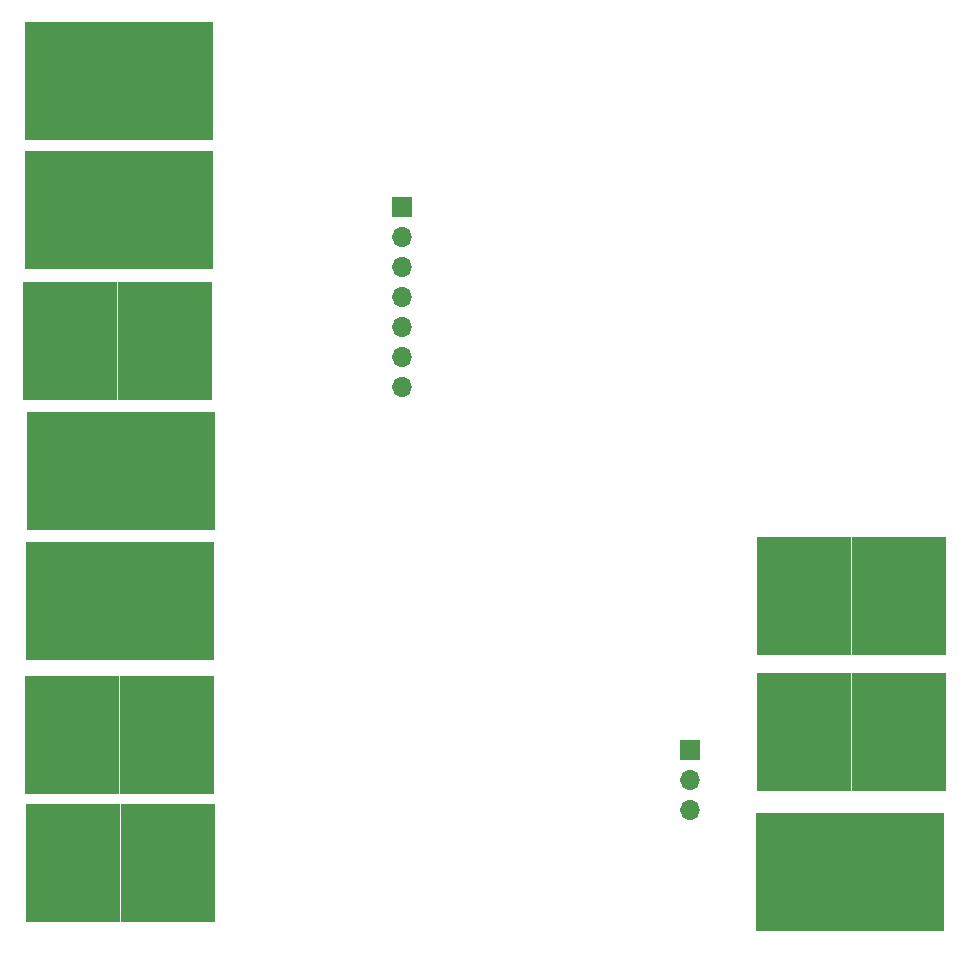
<source format=gbr>
%TF.GenerationSoftware,KiCad,Pcbnew,(5.1.10)-1*%
%TF.CreationDate,2022-03-06T22:53:43-08:00*%
%TF.ProjectId,bb2,6262322e-6b69-4636-9164-5f7063625858,rev?*%
%TF.SameCoordinates,Original*%
%TF.FileFunction,Soldermask,Bot*%
%TF.FilePolarity,Negative*%
%FSLAX46Y46*%
G04 Gerber Fmt 4.6, Leading zero omitted, Abs format (unit mm)*
G04 Created by KiCad (PCBNEW (5.1.10)-1) date 2022-03-06 22:53:43*
%MOMM*%
%LPD*%
G01*
G04 APERTURE LIST*
%ADD10R,8.000000X10.000000*%
%ADD11O,1.700000X1.700000*%
%ADD12R,1.700000X1.700000*%
G04 APERTURE END LIST*
D10*
%TO.C,J12*%
X89028000Y-152857200D03*
X97028000Y-152857200D03*
%TD*%
%TO.C,J11*%
X96926400Y-142036800D03*
X88926400Y-142036800D03*
%TD*%
%TO.C,J10*%
X88977200Y-130657600D03*
X96977200Y-130657600D03*
%TD*%
%TO.C,J9*%
X89078800Y-119684800D03*
X97078800Y-119684800D03*
%TD*%
%TO.C,J8*%
X88774000Y-108610400D03*
X96774000Y-108610400D03*
%TD*%
%TO.C,J7*%
X88875600Y-97536000D03*
X96875600Y-97536000D03*
%TD*%
%TO.C,J6*%
X88875600Y-86664800D03*
X96875600Y-86664800D03*
%TD*%
%TO.C,J5*%
X158926800Y-130200400D03*
X150926800Y-130200400D03*
%TD*%
%TO.C,J4*%
X158926800Y-141782800D03*
X150926800Y-141782800D03*
%TD*%
%TO.C,J3*%
X158774400Y-153619200D03*
X150774400Y-153619200D03*
%TD*%
D11*
%TO.C,J2*%
X116840000Y-112572800D03*
X116840000Y-110032800D03*
X116840000Y-107492800D03*
X116840000Y-104952800D03*
X116840000Y-102412800D03*
X116840000Y-99872800D03*
D12*
X116840000Y-97332800D03*
%TD*%
D11*
%TO.C,J1*%
X141274800Y-148386800D03*
X141274800Y-145846800D03*
D12*
X141274800Y-143306800D03*
%TD*%
M02*

</source>
